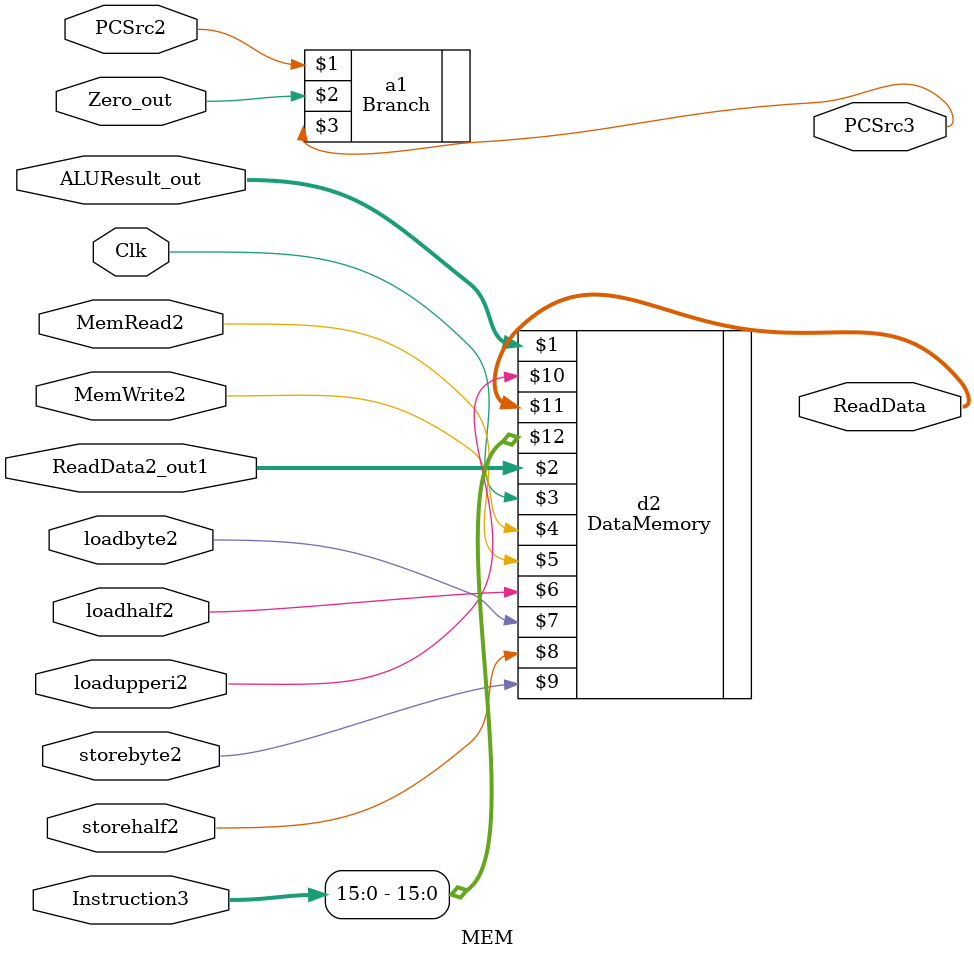
<source format=v>
`timescale 1ns / 1ps


module MEM (MemRead2,MemWrite2,PCSrc2,Zero_out,ALUResult_out,ReadData2_out1,PCSrc3,ReadData,Clk,loadhalf2,loadbyte2,storehalf2,storebyte2,loadupperi2,Instruction3);
    input MemRead2,MemWrite2,PCSrc2,Zero_out, Clk,loadhalf2,loadbyte2,storehalf2,storebyte2,loadupperi2;
    input [31:0] ALUResult_out,ReadData2_out1;
    input [31:0] Instruction3;
    output  PCSrc3;
    output [31:0] ReadData;
    
    Branch a1(PCSrc2,Zero_out,PCSrc3);
    DataMemory d2(ALUResult_out, ReadData2_out1, Clk, MemWrite2, MemRead2, loadhalf2,loadbyte2,storehalf2,storebyte2,loadupperi2, ReadData,Instruction3[15:0]); 
   
endmodule

</source>
